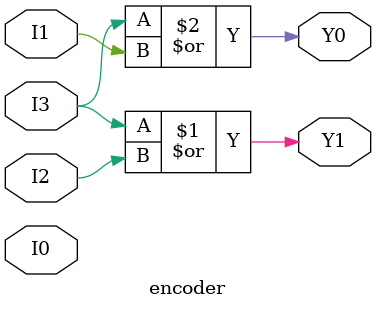
<source format=v>
module encoder(I0,I1,I2,I3,Y1,Y0);
  input I0, I1, I2, I3;
  output Y1,Y0;
  or o1(Y1,I3,I2);
  or o2(Y0,I3,I1);
endmodule

</source>
